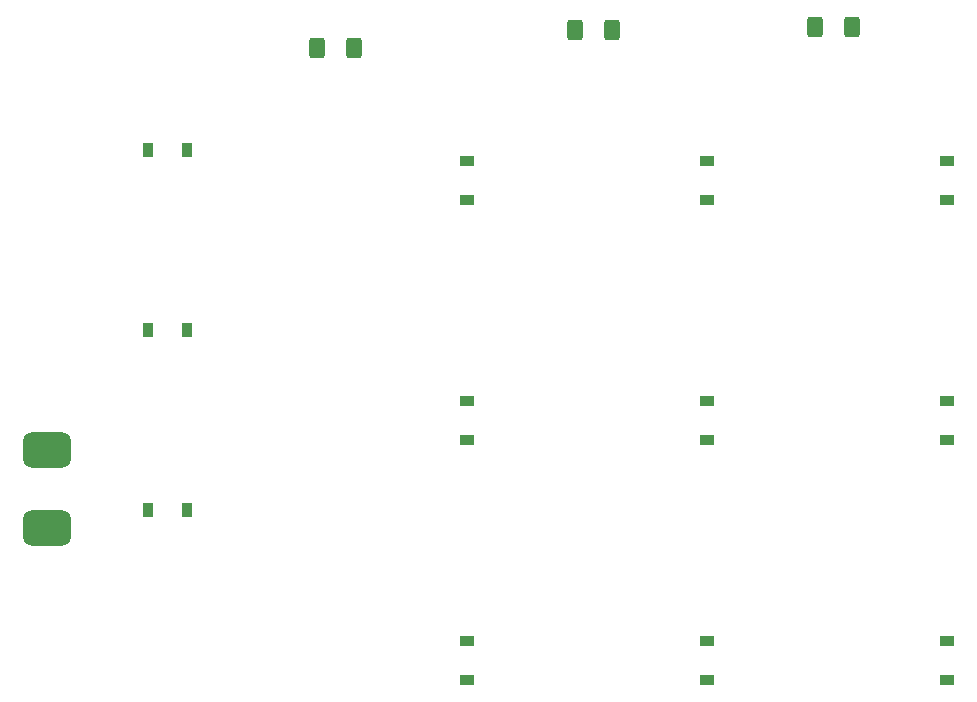
<source format=gbp>
%TF.GenerationSoftware,KiCad,Pcbnew,(6.0.7-1)-1*%
%TF.CreationDate,2022-08-28T23:25:23-04:00*%
%TF.ProjectId,Macro_Keyboard,4d616372-6f5f-44b6-9579-626f6172642e,1*%
%TF.SameCoordinates,Original*%
%TF.FileFunction,Paste,Bot*%
%TF.FilePolarity,Positive*%
%FSLAX46Y46*%
G04 Gerber Fmt 4.6, Leading zero omitted, Abs format (unit mm)*
G04 Created by KiCad (PCBNEW (6.0.7-1)-1) date 2022-08-28 23:25:23*
%MOMM*%
%LPD*%
G01*
G04 APERTURE LIST*
G04 Aperture macros list*
%AMRoundRect*
0 Rectangle with rounded corners*
0 $1 Rounding radius*
0 $2 $3 $4 $5 $6 $7 $8 $9 X,Y pos of 4 corners*
0 Add a 4 corners polygon primitive as box body*
4,1,4,$2,$3,$4,$5,$6,$7,$8,$9,$2,$3,0*
0 Add four circle primitives for the rounded corners*
1,1,$1+$1,$2,$3*
1,1,$1+$1,$4,$5*
1,1,$1+$1,$6,$7*
1,1,$1+$1,$8,$9*
0 Add four rect primitives between the rounded corners*
20,1,$1+$1,$2,$3,$4,$5,0*
20,1,$1+$1,$4,$5,$6,$7,0*
20,1,$1+$1,$6,$7,$8,$9,0*
20,1,$1+$1,$8,$9,$2,$3,0*%
G04 Aperture macros list end*
%ADD10R,1.200000X0.900000*%
%ADD11RoundRect,0.250000X-0.400000X-0.625000X0.400000X-0.625000X0.400000X0.625000X-0.400000X0.625000X0*%
%ADD12R,0.900000X1.200000*%
%ADD13RoundRect,0.753563X1.278437X-0.753562X1.278437X0.753562X-1.278437X0.753562X-1.278437X-0.753562X0*%
G04 APERTURE END LIST*
D10*
%TO.C,D3*%
X116840000Y-44830000D03*
X116840000Y-41530000D03*
%TD*%
D11*
%TO.C,R2*%
X85318000Y-30480000D03*
X88418000Y-30480000D03*
%TD*%
D12*
%TO.C,D10*%
X52450000Y-71120000D03*
X49150000Y-71120000D03*
%TD*%
D13*
%TO.C,-*%
X40640000Y-72627125D03*
%TD*%
%TO.C,+*%
X40640000Y-66023125D03*
%TD*%
D10*
%TO.C,D1*%
X76200000Y-44830000D03*
X76200000Y-41530000D03*
%TD*%
D11*
%TO.C,R3*%
X105638000Y-30214000D03*
X108738000Y-30214000D03*
%TD*%
D10*
%TO.C,D2*%
X96520000Y-44830000D03*
X96520000Y-41530000D03*
%TD*%
%TO.C,D8*%
X96520000Y-85470000D03*
X96520000Y-82170000D03*
%TD*%
D11*
%TO.C,R1*%
X63474000Y-32004000D03*
X66574000Y-32004000D03*
%TD*%
D10*
%TO.C,D5*%
X96520000Y-65150000D03*
X96520000Y-61850000D03*
%TD*%
%TO.C,D6*%
X116840000Y-65150000D03*
X116840000Y-61850000D03*
%TD*%
%TO.C,D7*%
X76200000Y-85470000D03*
X76200000Y-82170000D03*
%TD*%
%TO.C,D4*%
X76200000Y-65150000D03*
X76200000Y-61850000D03*
%TD*%
D12*
%TO.C,D12*%
X52450000Y-40640000D03*
X49150000Y-40640000D03*
%TD*%
%TO.C,D11*%
X52450000Y-55880000D03*
X49150000Y-55880000D03*
%TD*%
D10*
%TO.C,D9*%
X116840000Y-85470000D03*
X116840000Y-82170000D03*
%TD*%
M02*

</source>
